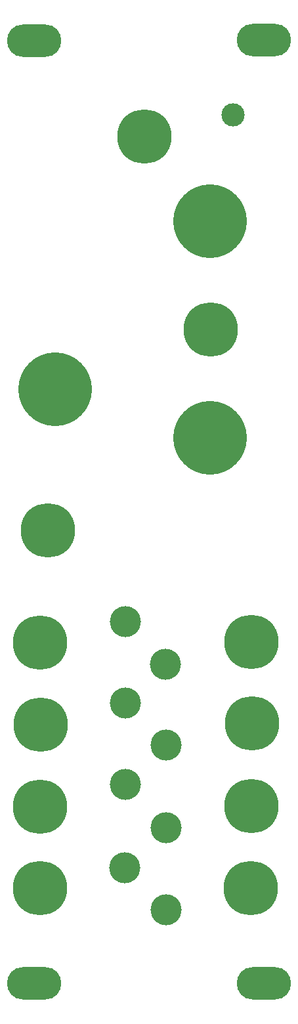
<source format=gbr>
%TF.GenerationSoftware,KiCad,Pcbnew,6.0.2+dfsg-1*%
%TF.CreationDate,2023-09-10T17:25:56+01:00*%
%TF.ProjectId,fr4panel,66723470-616e-4656-9c2e-6b696361645f,rev?*%
%TF.SameCoordinates,Original*%
%TF.FileFunction,Soldermask,Bot*%
%TF.FilePolarity,Negative*%
%FSLAX46Y46*%
G04 Gerber Fmt 4.6, Leading zero omitted, Abs format (unit mm)*
G04 Created by KiCad (PCBNEW 6.0.2+dfsg-1) date 2023-09-10 17:25:56*
%MOMM*%
%LPD*%
G01*
G04 APERTURE LIST*
%ADD10C,9.500000*%
%ADD11C,7.000000*%
%ADD12C,4.000000*%
%ADD13C,3.000000*%
%ADD14O,7.000000X4.200000*%
G04 APERTURE END LIST*
D10*
%TO.C,REF\u002A\u002A*%
X133050000Y-70310000D03*
%TD*%
%TO.C,REF\u002A\u002A*%
X153050000Y-76620000D03*
%TD*%
%TO.C,REF\u002A\u002A*%
X153060000Y-48690000D03*
%TD*%
D11*
%TO.C,REF\u002A\u002A*%
X144600000Y-37740000D03*
%TD*%
%TO.C,REF\u002A\u002A*%
X153110000Y-62630000D03*
%TD*%
%TO.C,REF\u002A\u002A*%
X132170000Y-88530000D03*
%TD*%
%TO.C,REF\u002A\u002A*%
X158470000Y-113450000D03*
%TD*%
%TO.C,REF\u002A\u002A*%
X158420000Y-102940000D03*
%TD*%
%TO.C,REF\u002A\u002A*%
X158260000Y-134720000D03*
%TD*%
%TO.C,REF\u002A\u002A*%
X158370000Y-124100000D03*
%TD*%
%TO.C,REF\u002A\u002A*%
X131090000Y-124220000D03*
%TD*%
%TO.C,REF\u002A\u002A*%
X131140000Y-134730000D03*
%TD*%
%TO.C,REF\u002A\u002A*%
X131140000Y-103060000D03*
%TD*%
%TO.C,REF\u002A\u002A*%
X131190000Y-113570000D03*
%TD*%
D12*
%TO.C,REF\u002A\u002A*%
X147370000Y-137490000D03*
%TD*%
%TO.C,REF\u002A\u002A*%
X142100000Y-121310000D03*
%TD*%
%TO.C,REF\u002A\u002A*%
X142080000Y-132030000D03*
%TD*%
%TO.C,REF\u002A\u002A*%
X147340000Y-126870000D03*
%TD*%
%TO.C,REF\u002A\u002A*%
X142100000Y-110850000D03*
%TD*%
%TO.C,REF\u002A\u002A*%
X147410000Y-116250000D03*
%TD*%
%TO.C,REF\u002A\u002A*%
X147330000Y-105820000D03*
%TD*%
%TO.C,REF\u002A\u002A*%
X142110000Y-100280000D03*
%TD*%
D13*
%TO.C,REF\u002A\u002A*%
X155990000Y-34990000D03*
%TD*%
D14*
%TO.C,REF\u002A\u002A*%
X159980000Y-25340000D03*
%TD*%
%TO.C,REF\u002A\u002A*%
X159980000Y-146970000D03*
%TD*%
%TO.C,REF\u002A\u002A*%
X130370000Y-146960000D03*
%TD*%
%TO.C,REF\u002A\u002A*%
X130370000Y-25350000D03*
%TD*%
M02*

</source>
